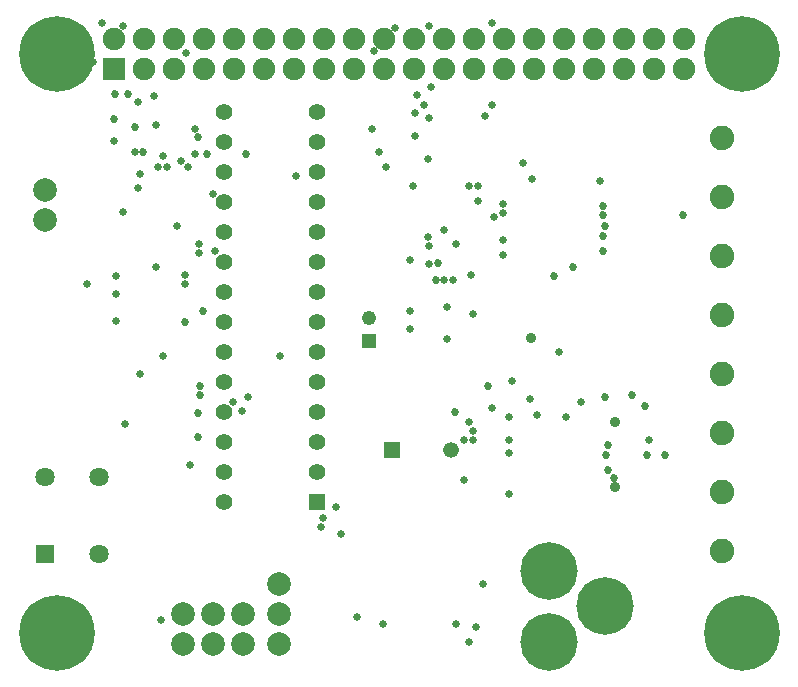
<source format=gbr>
G04 EAGLE Gerber RS-274X export*
G75*
%MOMM*%
%FSLAX34Y34*%
%LPD*%
%INSoldermask Bottom*%
%IPPOS*%
%AMOC8*
5,1,8,0,0,1.08239X$1,22.5*%
G01*
G04 Define Apertures*
%ADD10R,1.327000X1.327000*%
%ADD11C,1.327000*%
%ADD12R,1.227000X1.227000*%
%ADD13C,1.227000*%
%ADD14C,4.870000*%
%ADD15C,2.077000*%
%ADD16C,2.006600*%
%ADD17R,1.627000X1.627000*%
%ADD18C,1.627000*%
%ADD19R,1.402000X1.402000*%
%ADD20C,1.402000*%
%ADD21C,2.877000*%
%ADD22R,1.905000X1.905000*%
%ADD23C,1.905000*%
%ADD24C,6.400000*%
%ADD25C,0.635000*%
%ADD26C,0.685800*%
%ADD27C,0.889000*%
D10*
X318770Y189420D03*
D11*
X368770Y189420D03*
D12*
X299720Y281940D03*
D13*
X299720Y301940D03*
D14*
X451960Y87525D03*
X451960Y27525D03*
X498960Y57525D03*
D15*
X598170Y104010D03*
X598170Y154010D03*
X598170Y204010D03*
X598170Y254010D03*
X598170Y304010D03*
X598170Y354010D03*
X598170Y404010D03*
X598170Y454010D03*
D16*
X25400Y384558D03*
X25400Y409958D03*
D17*
X25400Y101600D03*
D18*
X25400Y166600D03*
X70400Y101600D03*
X70400Y166600D03*
D19*
X255500Y145431D03*
D20*
X255500Y170831D03*
X255500Y297831D03*
X255500Y323231D03*
X255500Y196231D03*
X255500Y221631D03*
X255500Y272431D03*
X255500Y247031D03*
X255500Y348631D03*
X255500Y374031D03*
X255500Y399431D03*
X255500Y424831D03*
X255500Y450231D03*
X255500Y475631D03*
X176300Y475631D03*
X176300Y450231D03*
X176300Y424831D03*
X176300Y399431D03*
X176300Y374031D03*
X176300Y348631D03*
X176300Y323231D03*
X176300Y297831D03*
X176300Y272431D03*
X176300Y247031D03*
X176300Y221631D03*
X176300Y196231D03*
X176300Y170831D03*
X176300Y145431D03*
D21*
X35000Y35000D03*
X35000Y525000D03*
X615000Y35000D03*
X615000Y525000D03*
D22*
X83700Y512300D03*
D23*
X83700Y537700D03*
X109100Y512300D03*
X109100Y537700D03*
X134500Y512300D03*
X134500Y537700D03*
X159900Y512300D03*
X159900Y537700D03*
X185300Y512300D03*
X185300Y537700D03*
X210700Y512300D03*
X210700Y537700D03*
X236100Y512300D03*
X236100Y537700D03*
X261500Y512300D03*
X261500Y537700D03*
X286900Y512300D03*
X286900Y537700D03*
X312300Y512300D03*
X312300Y537700D03*
X337700Y512300D03*
X337700Y537700D03*
X363100Y512300D03*
X363100Y537700D03*
X388500Y512300D03*
X388500Y537700D03*
X413900Y512300D03*
X413900Y537700D03*
X439300Y512300D03*
X439300Y537700D03*
X464700Y512300D03*
X464700Y537700D03*
X490100Y512300D03*
X490100Y537700D03*
X515500Y512300D03*
X515500Y537700D03*
X540900Y512300D03*
X540900Y537700D03*
X566300Y512300D03*
X566300Y537700D03*
D24*
X35000Y525000D03*
X615000Y525000D03*
X615000Y35000D03*
X35000Y35000D03*
D16*
X193040Y50800D03*
X193040Y25400D03*
X167640Y50800D03*
X167640Y25400D03*
X142240Y50800D03*
X142240Y25400D03*
X223520Y25400D03*
X223520Y50800D03*
X223520Y76200D03*
D25*
X124968Y269748D03*
X147828Y176784D03*
X123444Y45720D03*
X117348Y489204D03*
X362712Y333756D03*
X397764Y472440D03*
X275844Y118872D03*
X338328Y475488D03*
X350520Y470916D03*
X85344Y298704D03*
X137160Y379476D03*
X336804Y413004D03*
X103632Y411480D03*
X120396Y429768D03*
X128016Y429768D03*
X140208Y434340D03*
X146304Y429768D03*
X85344Y336804D03*
X65532Y518160D03*
X60960Y330708D03*
X73152Y551688D03*
X91440Y548640D03*
X321564Y547116D03*
X339852Y490728D03*
X144780Y525780D03*
X303276Y527304D03*
X169164Y358140D03*
X391668Y413004D03*
X155448Y364236D03*
X384048Y413004D03*
X345948Y481584D03*
X301752Y461772D03*
X350520Y548640D03*
X403860Y551688D03*
X313944Y429768D03*
X83820Y451104D03*
X91440Y391668D03*
X307848Y441960D03*
X352044Y496824D03*
X338328Y455676D03*
X403860Y481584D03*
X417576Y217932D03*
X437388Y419100D03*
X441960Y219456D03*
X92964Y211836D03*
X101092Y441960D03*
X118872Y464820D03*
X124968Y438912D03*
X152400Y440436D03*
X237744Y422148D03*
X192024Y222504D03*
X405384Y387096D03*
X362712Y376428D03*
X224028Y269748D03*
X184404Y230124D03*
X372872Y364236D03*
X413004Y390144D03*
X387096Y304800D03*
X365760Y283464D03*
X196596Y234696D03*
X143256Y330708D03*
X143256Y338328D03*
X167640Y406908D03*
X118872Y344424D03*
X105156Y423672D03*
X460248Y272796D03*
X151845Y461264D03*
D26*
X156464Y244348D03*
D25*
X155448Y356616D03*
X105156Y254508D03*
X348996Y435864D03*
X417576Y187452D03*
X379476Y164592D03*
D27*
X508000Y213360D03*
X436880Y284480D03*
X508000Y158242D03*
D26*
X497840Y358608D03*
D25*
X85344Y321564D03*
X103632Y484632D03*
D26*
X506730Y166370D03*
X501650Y173101D03*
X500380Y185420D03*
X501650Y194310D03*
X533400Y227330D03*
D25*
X417576Y152400D03*
X259080Y124968D03*
X413004Y355092D03*
X384048Y213360D03*
X387096Y205740D03*
X385572Y338328D03*
X260604Y132588D03*
X271272Y141732D03*
X379476Y198120D03*
X370332Y333756D03*
X413004Y367284D03*
X387096Y198120D03*
X417576Y198120D03*
X390144Y39624D03*
X384048Y27432D03*
X413004Y397764D03*
X420624Y248412D03*
X435864Y233172D03*
D26*
X455930Y337312D03*
X472024Y344586D03*
X497840Y370840D03*
X499110Y379730D03*
X497840Y388620D03*
X565150Y388620D03*
X497840Y396240D03*
D25*
X478536Y230124D03*
X466344Y217932D03*
D26*
X154940Y220980D03*
X154940Y200660D03*
X499110Y234950D03*
X521970Y236220D03*
X83049Y470042D03*
X95250Y491490D03*
X83968Y491490D03*
X400050Y243840D03*
X372110Y222250D03*
X143510Y298342D03*
X158750Y307340D03*
X156210Y236220D03*
X534670Y185420D03*
X549910Y185420D03*
X358140Y347980D03*
X355850Y333662D03*
X101600Y463550D03*
X107950Y441960D03*
X154940Y454660D03*
X162560Y440690D03*
X195580Y440690D03*
D25*
X310896Y42672D03*
X403860Y225552D03*
X289560Y48768D03*
X536448Y198120D03*
X333756Y350520D03*
X391668Y400812D03*
X348996Y370332D03*
X333756Y307848D03*
X365760Y310896D03*
X333756Y292608D03*
X350520Y362712D03*
X350520Y347472D03*
X429768Y432816D03*
X373380Y42672D03*
X396240Y76200D03*
X495300Y417576D03*
M02*

</source>
